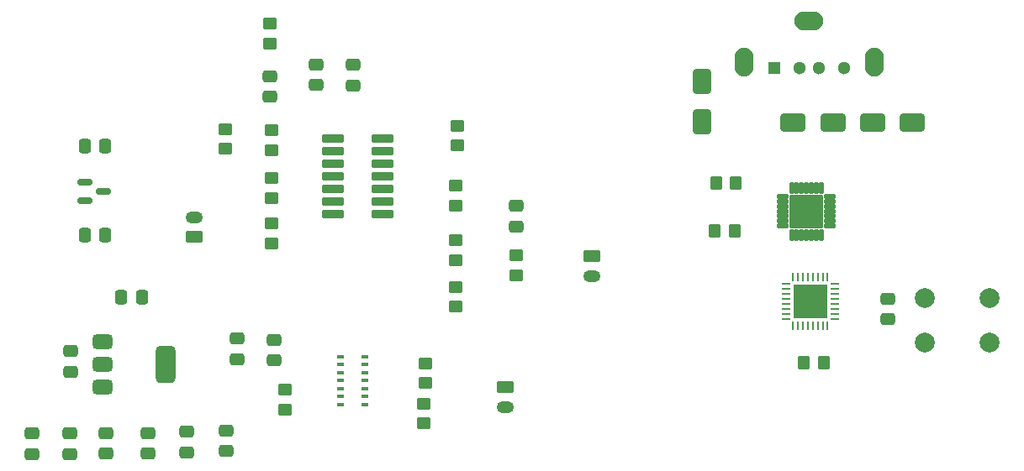
<source format=gbr>
%TF.GenerationSoftware,KiCad,Pcbnew,8.0.8*%
%TF.CreationDate,2025-03-11T03:54:01-05:00*%
%TF.ProjectId,finalproject,66696e61-6c70-4726-9f6a-6563742e6b69,rev?*%
%TF.SameCoordinates,Original*%
%TF.FileFunction,Soldermask,Top*%
%TF.FilePolarity,Negative*%
%FSLAX46Y46*%
G04 Gerber Fmt 4.6, Leading zero omitted, Abs format (unit mm)*
G04 Created by KiCad (PCBNEW 8.0.8) date 2025-03-11 03:54:01*
%MOMM*%
%LPD*%
G01*
G04 APERTURE LIST*
G04 Aperture macros list*
%AMRoundRect*
0 Rectangle with rounded corners*
0 $1 Rounding radius*
0 $2 $3 $4 $5 $6 $7 $8 $9 X,Y pos of 4 corners*
0 Add a 4 corners polygon primitive as box body*
4,1,4,$2,$3,$4,$5,$6,$7,$8,$9,$2,$3,0*
0 Add four circle primitives for the rounded corners*
1,1,$1+$1,$2,$3*
1,1,$1+$1,$4,$5*
1,1,$1+$1,$6,$7*
1,1,$1+$1,$8,$9*
0 Add four rect primitives between the rounded corners*
20,1,$1+$1,$2,$3,$4,$5,0*
20,1,$1+$1,$4,$5,$6,$7,0*
20,1,$1+$1,$6,$7,$8,$9,0*
20,1,$1+$1,$8,$9,$2,$3,0*%
G04 Aperture macros list end*
%ADD10RoundRect,0.062500X0.375000X0.062500X-0.375000X0.062500X-0.375000X-0.062500X0.375000X-0.062500X0*%
%ADD11RoundRect,0.062500X0.062500X0.375000X-0.062500X0.375000X-0.062500X-0.375000X0.062500X-0.375000X0*%
%ADD12R,3.450000X3.450000*%
%ADD13RoundRect,0.250000X-0.475000X0.337500X-0.475000X-0.337500X0.475000X-0.337500X0.475000X0.337500X0*%
%ADD14RoundRect,0.100500X-0.986500X-0.301500X0.986500X-0.301500X0.986500X0.301500X-0.986500X0.301500X0*%
%ADD15RoundRect,0.250000X-0.450000X0.350000X-0.450000X-0.350000X0.450000X-0.350000X0.450000X0.350000X0*%
%ADD16RoundRect,0.250000X0.650000X-1.000000X0.650000X1.000000X-0.650000X1.000000X-0.650000X-1.000000X0*%
%ADD17RoundRect,0.250000X0.475000X-0.337500X0.475000X0.337500X-0.475000X0.337500X-0.475000X-0.337500X0*%
%ADD18RoundRect,0.250000X-0.350000X-0.450000X0.350000X-0.450000X0.350000X0.450000X-0.350000X0.450000X0*%
%ADD19RoundRect,0.250000X0.350000X0.450000X-0.350000X0.450000X-0.350000X-0.450000X0.350000X-0.450000X0*%
%ADD20RoundRect,0.250000X0.450000X-0.350000X0.450000X0.350000X-0.450000X0.350000X-0.450000X-0.350000X0*%
%ADD21RoundRect,0.375000X-0.625000X-0.375000X0.625000X-0.375000X0.625000X0.375000X-0.625000X0.375000X0*%
%ADD22RoundRect,0.500000X-0.500000X-1.400000X0.500000X-1.400000X0.500000X1.400000X-0.500000X1.400000X0*%
%ADD23RoundRect,0.250000X0.625000X-0.350000X0.625000X0.350000X-0.625000X0.350000X-0.625000X-0.350000X0*%
%ADD24O,1.750000X1.200000*%
%ADD25RoundRect,0.250000X-1.000000X-0.650000X1.000000X-0.650000X1.000000X0.650000X-1.000000X0.650000X0*%
%ADD26O,1.900000X2.900000*%
%ADD27O,2.900000X1.900000*%
%ADD28C,1.300000*%
%ADD29R,1.300000X1.300000*%
%ADD30RoundRect,0.250000X-0.625000X0.350000X-0.625000X-0.350000X0.625000X-0.350000X0.625000X0.350000X0*%
%ADD31RoundRect,0.250000X-0.337500X-0.475000X0.337500X-0.475000X0.337500X0.475000X-0.337500X0.475000X0*%
%ADD32RoundRect,0.250000X0.337500X0.475000X-0.337500X0.475000X-0.337500X-0.475000X0.337500X-0.475000X0*%
%ADD33RoundRect,0.087500X0.287500X0.087500X-0.287500X0.087500X-0.287500X-0.087500X0.287500X-0.087500X0*%
%ADD34RoundRect,0.058000X-0.174000X0.529000X-0.174000X-0.529000X0.174000X-0.529000X0.174000X0.529000X0*%
%ADD35RoundRect,0.058000X-0.529000X0.174000X-0.529000X-0.174000X0.529000X-0.174000X0.529000X0.174000X0*%
%ADD36RoundRect,0.102000X-1.575000X1.575000X-1.575000X-1.575000X1.575000X-1.575000X1.575000X1.575000X0*%
%ADD37RoundRect,0.150000X-0.587500X-0.150000X0.587500X-0.150000X0.587500X0.150000X-0.587500X0.150000X0*%
%ADD38C,2.000000*%
G04 APERTURE END LIST*
D10*
%TO.C,MCU1*%
X174205500Y-102242000D03*
X174205500Y-101742000D03*
X174205500Y-101242000D03*
X174205500Y-100742000D03*
X174205500Y-100242000D03*
X174205500Y-99742000D03*
X174205500Y-99242000D03*
X174205500Y-98742000D03*
D11*
X173518000Y-98054500D03*
X173018000Y-98054500D03*
X172518000Y-98054500D03*
X172018000Y-98054500D03*
X171518000Y-98054500D03*
X171018000Y-98054500D03*
X170518000Y-98054500D03*
X170018000Y-98054500D03*
D10*
X169330500Y-98742000D03*
X169330500Y-99242000D03*
X169330500Y-99742000D03*
X169330500Y-100242000D03*
X169330500Y-100742000D03*
X169330500Y-101242000D03*
X169330500Y-101742000D03*
X169330500Y-102242000D03*
D11*
X170018000Y-102929500D03*
X170518000Y-102929500D03*
X171018000Y-102929500D03*
X171518000Y-102929500D03*
X172018000Y-102929500D03*
X172518000Y-102929500D03*
X173018000Y-102929500D03*
X173518000Y-102929500D03*
D12*
X171768000Y-100492000D03*
%TD*%
D13*
%TO.C,C11*%
X108966000Y-113622000D03*
X108966000Y-115697000D03*
%TD*%
D14*
%TO.C,GSR1*%
X123701000Y-84074000D03*
X123701000Y-85344000D03*
X123701000Y-86614000D03*
X123701000Y-87884000D03*
X123701000Y-89154000D03*
X123701000Y-90424000D03*
X123701000Y-91694000D03*
X128651000Y-91694000D03*
X128651000Y-90424000D03*
X128651000Y-89154000D03*
X128651000Y-87884000D03*
X128651000Y-86614000D03*
X128651000Y-85344000D03*
X128651000Y-84074000D03*
%TD*%
D13*
%TO.C,C9*%
X122023000Y-76600000D03*
X122023000Y-78675000D03*
%TD*%
D15*
%TO.C,R8*%
X136209000Y-82755000D03*
X136209000Y-84755000D03*
%TD*%
D16*
%TO.C,D1*%
X160839000Y-78331000D03*
X160839000Y-82331000D03*
%TD*%
D13*
%TO.C,C6*%
X97183000Y-113789000D03*
X97183000Y-115864000D03*
%TD*%
%TO.C,C7*%
X100838000Y-113749000D03*
X100838000Y-115824000D03*
%TD*%
D17*
%TO.C,C16*%
X97307000Y-107590500D03*
X97307000Y-105515500D03*
%TD*%
D15*
%TO.C,R10*%
X136082000Y-94296000D03*
X136082000Y-96296000D03*
%TD*%
D18*
%TO.C,R13*%
X171148000Y-106667000D03*
X173148000Y-106667000D03*
%TD*%
D19*
%TO.C,R15*%
X162274000Y-88506000D03*
X164274000Y-88506000D03*
%TD*%
D20*
%TO.C,R9*%
X136082000Y-101011000D03*
X136082000Y-99011000D03*
%TD*%
%TO.C,R3*%
X117498000Y-85247000D03*
X117498000Y-83247000D03*
%TD*%
D21*
%TO.C,3.3V_1.8V1*%
X100507000Y-104507000D03*
X100507000Y-106807000D03*
D22*
X106807000Y-106807000D03*
D21*
X100507000Y-109107000D03*
%TD*%
D23*
%TO.C,GSR_IN1*%
X109728000Y-93980000D03*
D24*
X109728000Y-91980000D03*
%TD*%
D20*
%TO.C,R12*%
X142178000Y-97836000D03*
X142178000Y-95836000D03*
%TD*%
D25*
%TO.C,D2*%
X182016000Y-82458000D03*
X178016000Y-82458000D03*
%TD*%
D20*
%TO.C,R7*%
X112841000Y-85104000D03*
X112841000Y-83104000D03*
%TD*%
D17*
%TO.C,C13*%
X179534000Y-102261500D03*
X179534000Y-100186500D03*
%TD*%
D13*
%TO.C,C12*%
X112903000Y-113495000D03*
X112903000Y-115570000D03*
%TD*%
D26*
%TO.C,USB1*%
X178218000Y-76362000D03*
D27*
X171648000Y-72182000D03*
D26*
X165078000Y-76362000D03*
D28*
X175148000Y-76962000D03*
X172648000Y-76962000D03*
X170648000Y-76962000D03*
D29*
X168148000Y-76962000D03*
%TD*%
D30*
%TO.C,SIG1*%
X149733000Y-95917000D03*
D24*
X149733000Y-97917000D03*
%TD*%
D31*
%TO.C,C14*%
X98687500Y-93792000D03*
X100762500Y-93792000D03*
%TD*%
D15*
%TO.C,R4*%
X117371000Y-72452000D03*
X117371000Y-74452000D03*
%TD*%
D32*
%TO.C,C17*%
X104440500Y-100076000D03*
X102365500Y-100076000D03*
%TD*%
D13*
%TO.C,C8*%
X125753000Y-76605500D03*
X125753000Y-78680500D03*
%TD*%
%TO.C,C3*%
X117371000Y-77748500D03*
X117371000Y-79823500D03*
%TD*%
D33*
%TO.C,HEART1*%
X126873000Y-110871000D03*
X126873000Y-110071000D03*
X126873000Y-109271000D03*
X126873000Y-108471000D03*
X126873000Y-107671000D03*
X126873000Y-106871000D03*
X126873000Y-106071000D03*
X124473000Y-106071000D03*
X124473000Y-106871000D03*
X124473000Y-107671000D03*
X124473000Y-108471000D03*
X124473000Y-109271000D03*
X124473000Y-110071000D03*
X124473000Y-110871000D03*
%TD*%
D15*
%TO.C,R5*%
X117498000Y-88073000D03*
X117498000Y-90073000D03*
%TD*%
D17*
%TO.C,C4*%
X142178000Y-92920500D03*
X142178000Y-90845500D03*
%TD*%
D18*
%TO.C,R16*%
X162147000Y-93332000D03*
X164147000Y-93332000D03*
%TD*%
D20*
%TO.C,R14*%
X118872000Y-111379000D03*
X118872000Y-109379000D03*
%TD*%
D25*
%TO.C,D3*%
X174047000Y-82458000D03*
X170047000Y-82458000D03*
%TD*%
D31*
%TO.C,C15*%
X98687500Y-84775000D03*
X100762500Y-84775000D03*
%TD*%
D13*
%TO.C,C10*%
X105029000Y-113749000D03*
X105029000Y-115824000D03*
%TD*%
D20*
%TO.C,R1*%
X132969000Y-108728000D03*
X132969000Y-106728000D03*
%TD*%
D13*
%TO.C,C5*%
X93345000Y-113789000D03*
X93345000Y-115864000D03*
%TD*%
D34*
%TO.C,UART-TO-USB1*%
X172886000Y-89014000D03*
X172386000Y-89014000D03*
X171886000Y-89014000D03*
X171386000Y-89014000D03*
X170886000Y-89014000D03*
X170386000Y-89014000D03*
X169886000Y-89014000D03*
D35*
X169016000Y-89884000D03*
X169016000Y-90384000D03*
X169016000Y-90884000D03*
X169016000Y-91384000D03*
X169016000Y-91884000D03*
X169016000Y-92384000D03*
X169016000Y-92884000D03*
D34*
X169886000Y-93754000D03*
X170386000Y-93754000D03*
X170886000Y-93754000D03*
X171386000Y-93754000D03*
X171886000Y-93754000D03*
X172386000Y-93754000D03*
X172886000Y-93754000D03*
D35*
X173756000Y-92884000D03*
X173756000Y-92384000D03*
X173756000Y-91884000D03*
X173756000Y-91384000D03*
X173756000Y-90884000D03*
X173756000Y-90384000D03*
X173756000Y-89884000D03*
D36*
X171386000Y-91384000D03*
%TD*%
D13*
%TO.C,C1*%
X117729000Y-104351000D03*
X117729000Y-106426000D03*
%TD*%
D30*
%TO.C,HEARTOUT1*%
X141012000Y-109109000D03*
D24*
X141012000Y-111109000D03*
%TD*%
D13*
%TO.C,C2*%
X114004000Y-104227500D03*
X114004000Y-106302500D03*
%TD*%
D37*
%TO.C,5V_3.3V1*%
X98709000Y-88458000D03*
X98709000Y-90358000D03*
X100584000Y-89408000D03*
%TD*%
D38*
%TO.C,SW1*%
X189813000Y-104612000D03*
X183313000Y-104612000D03*
X189813000Y-100112000D03*
X183313000Y-100112000D03*
%TD*%
D15*
%TO.C,R11*%
X136040000Y-88835000D03*
X136040000Y-90835000D03*
%TD*%
%TO.C,R6*%
X117498000Y-92645000D03*
X117498000Y-94645000D03*
%TD*%
%TO.C,R2*%
X132842000Y-110776000D03*
X132842000Y-112776000D03*
%TD*%
M02*

</source>
